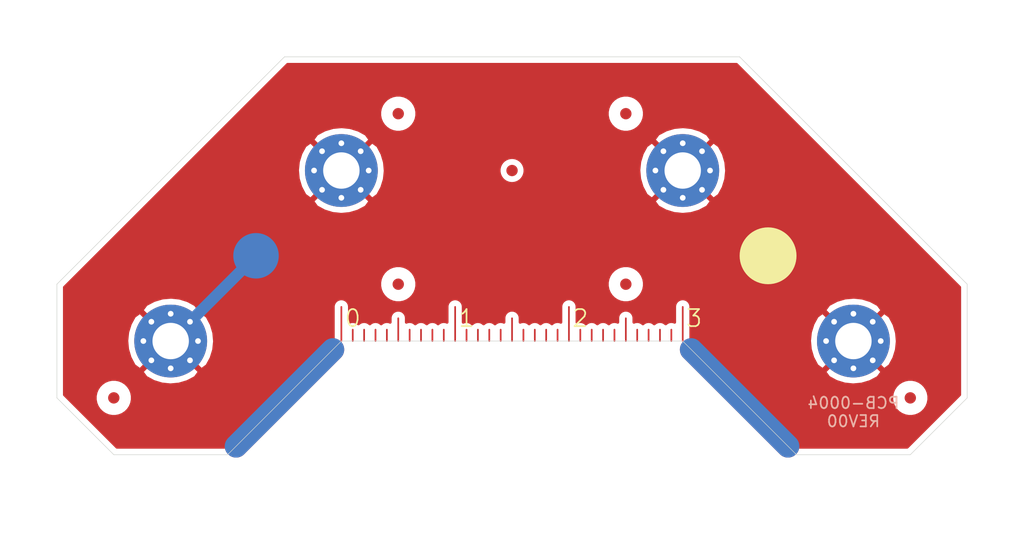
<source format=kicad_pcb>
(kicad_pcb (version 20211014) (generator pcbnew)
  (layers (0 "F.Cu" signal) (31 "B.Cu" signal) (34 "B.Paste" user) (35 "F.Paste" user) (36 "B.SilkS" user "B.Silkscreen") (37 "F.SilkS" user "F.Silkscreen") (38 "B.Mask" user) (39 "F.Mask" user) (44 "Edge.Cuts" user))
  (net 0 "")
  (net 1 "GND")
  (footprint "Fiducial:Fiducial_1mm_Mask3mm" (layer "F.Cu") (at 30 -15)
    (fp_text reference "REF**" hide)
    (fp_text value "Fiducial_1mm_Mask3mm")
    (pad "" smd circle locked (at 0 0) (size 1 1) (layers "F.Cu" "F.Mask") (clearance 1))
  )
  (footprint "Fiducial:Fiducial_1mm_Mask3mm" (layer "F.Cu") (at 30 -30)
    (fp_text reference "REF**" hide)
    (fp_text value "Fiducial_1mm_Mask3mm")
    (pad "" smd circle locked (at 0 0) (size 1 1) (layers "F.Cu" "F.Mask") (clearance 1))
  )
  (footprint "index:logo_mask" (layer "F.Cu") (at 40 -25)
    (fp_text reference "G***" hide)
    (fp_text value "LOGO" hide)
  )
  (footprint "MountingHole:MountingHole_3.2mm_M3_Pad_Via" (layer "F.Cu") (at 25 -25)
    (fp_text reference "H1" hide)
    (fp_text value "MountingHole_Pad")
    (pad "1" thru_hole circle locked (at 0 0) (size 6.4 6.4) (drill 3.2) (layers *.Cu *.Mask) (net 1 "GND"))
    (pad "1" thru_hole circle locked (at 2.4 0) (size 0.8 0.8) (drill 0.5) (layers *.Cu *.Mask) (net 1 "GND"))
    (pad "1" thru_hole circle locked (at 0 2.4) (size 0.8 0.8) (drill 0.5) (layers *.Cu *.Mask) (net 1 "GND"))
    (pad "1" thru_hole circle locked (at 1.697056 -1.697056) (size 0.8 0.8) (drill 0.5) (layers *.Cu *.Mask) (net 1 "GND"))
    (pad "1" thru_hole circle locked (at -1.697056 1.697056) (size 0.8 0.8) (drill 0.5) (layers *.Cu *.Mask) (net 1 "GND"))
    (pad "1" thru_hole circle locked (at -2.4 0) (size 0.8 0.8) (drill 0.5) (layers *.Cu *.Mask) (net 1 "GND"))
    (pad "1" thru_hole circle locked (at 1.697056 1.697056) (size 0.8 0.8) (drill 0.5) (layers *.Cu *.Mask) (net 1 "GND"))
    (pad "1" thru_hole circle locked (at -1.697056 -1.697056) (size 0.8 0.8) (drill 0.5) (layers *.Cu *.Mask) (net 1 "GND"))
    (pad "1" thru_hole circle locked (at 0 -2.4) (size 0.8 0.8) (drill 0.5) (layers *.Cu *.Mask) (net 1 "GND"))
  )
  (footprint "MountingHole:MountingHole_3.2mm_M3_Pad_Via" (layer "F.Cu") (at 10 -10)
    (fp_text reference "H2" hide)
    (fp_text value "MountingHole_Pad")
    (pad "1" thru_hole circle locked (at 0 0) (size 6.4 6.4) (drill 3.2) (layers *.Cu *.Mask) (net 1 "GND"))
    (pad "1" thru_hole circle locked (at 1.697056 -1.697056) (size 0.8 0.8) (drill 0.5) (layers *.Cu *.Mask) (net 1 "GND"))
    (pad "1" thru_hole circle locked (at 1.697056 1.697056) (size 0.8 0.8) (drill 0.5) (layers *.Cu *.Mask) (net 1 "GND"))
    (pad "1" thru_hole circle locked (at 0 -2.4) (size 0.8 0.8) (drill 0.5) (layers *.Cu *.Mask) (net 1 "GND"))
    (pad "1" thru_hole circle locked (at 0 2.4) (size 0.8 0.8) (drill 0.5) (layers *.Cu *.Mask) (net 1 "GND"))
    (pad "1" thru_hole circle locked (at -1.697056 1.697056) (size 0.8 0.8) (drill 0.5) (layers *.Cu *.Mask) (net 1 "GND"))
    (pad "1" thru_hole circle locked (at -2.4 0) (size 0.8 0.8) (drill 0.5) (layers *.Cu *.Mask) (net 1 "GND"))
    (pad "1" thru_hole circle locked (at -1.697056 -1.697056) (size 0.8 0.8) (drill 0.5) (layers *.Cu *.Mask) (net 1 "GND"))
    (pad "1" thru_hole circle locked (at 2.4 0) (size 0.8 0.8) (drill 0.5) (layers *.Cu *.Mask) (net 1 "GND"))
  )
  (footprint "MountingHole:MountingHole_3.2mm_M3_Pad_Via" (layer "F.Cu") (at 70 -10)
    (fp_text reference "H3" hide)
    (fp_text value "MountingHole_Pad")
    (pad "1" thru_hole circle locked (at -1.697056 -1.697056) (size 0.8 0.8) (drill 0.5) (layers *.Cu *.Mask) (net 1 "GND"))
    (pad "1" thru_hole circle locked (at 0 -2.4) (size 0.8 0.8) (drill 0.5) (layers *.Cu *.Mask) (net 1 "GND"))
    (pad "1" thru_hole circle locked (at 1.697056 1.697056) (size 0.8 0.8) (drill 0.5) (layers *.Cu *.Mask) (net 1 "GND"))
    (pad "1" thru_hole circle locked (at 2.4 0) (size 0.8 0.8) (drill 0.5) (layers *.Cu *.Mask) (net 1 "GND"))
    (pad "1" thru_hole circle locked (at -2.4 0) (size 0.8 0.8) (drill 0.5) (layers *.Cu *.Mask) (net 1 "GND"))
    (pad "1" thru_hole circle locked (at 0 2.4) (size 0.8 0.8) (drill 0.5) (layers *.Cu *.Mask) (net 1 "GND"))
    (pad "1" thru_hole circle locked (at -1.697056 1.697056) (size 0.8 0.8) (drill 0.5) (layers *.Cu *.Mask) (net 1 "GND"))
    (pad "1" thru_hole circle locked (at 1.697056 -1.697056) (size 0.8 0.8) (drill 0.5) (layers *.Cu *.Mask) (net 1 "GND"))
    (pad "1" thru_hole circle locked (at 0 0) (size 6.4 6.4) (drill 3.2) (layers *.Cu *.Mask) (net 1 "GND"))
  )
  (footprint "MountingHole:MountingHole_3.2mm_M3_Pad_Via" (layer "F.Cu") (at 55 -25)
    (fp_text reference "H4" hide)
    (fp_text value "MountingHole_Pad")
    (pad "1" thru_hole circle locked (at 0 0) (size 6.4 6.4) (drill 3.2) (layers *.Cu *.Mask) (net 1 "GND"))
    (pad "1" thru_hole circle locked (at -1.697056 1.697056) (size 0.8 0.8) (drill 0.5) (layers *.Cu *.Mask) (net 1 "GND"))
    (pad "1" thru_hole circle locked (at 1.697056 -1.697056) (size 0.8 0.8) (drill 0.5) (layers *.Cu *.Mask) (net 1 "GND"))
    (pad "1" thru_hole circle locked (at 1.697056 1.697056) (size 0.8 0.8) (drill 0.5) (layers *.Cu *.Mask) (net 1 "GND"))
    (pad "1" thru_hole circle locked (at -2.4 0) (size 0.8 0.8) (drill 0.5) (layers *.Cu *.Mask) (net 1 "GND"))
    (pad "1" thru_hole circle locked (at 0 2.4) (size 0.8 0.8) (drill 0.5) (layers *.Cu *.Mask) (net 1 "GND"))
    (pad "1" thru_hole circle locked (at 2.4 0) (size 0.8 0.8) (drill 0.5) (layers *.Cu *.Mask) (net 1 "GND"))
    (pad "1" thru_hole circle locked (at -1.697056 -1.697056) (size 0.8 0.8) (drill 0.5) (layers *.Cu *.Mask) (net 1 "GND"))
    (pad "1" thru_hole circle locked (at 0 -2.4) (size 0.8 0.8) (drill 0.5) (layers *.Cu *.Mask) (net 1 "GND"))
  )
  (footprint "Fiducial:Fiducial_1mm_Mask2mm" (layer "F.Cu") (at 40 -25)
    (fp_text reference "REF**" hide)
    (fp_text value "Fiducial_1mm_Mask2mm")
    (pad "" smd circle locked (at 0 0) (size 1 1) (layers "F.Cu" "F.Mask") (clearance 0.5))
  )
  (footprint "Fiducial:Fiducial_1mm_Mask3mm" (layer "F.Cu") (at 75 -5)
    (fp_text reference "REF**" hide)
    (fp_text value "Fiducial_1mm_Mask3mm")
    (pad "" smd circle locked (at 0 0) (size 1 1) (layers "F.Cu" "F.Mask") (clearance 1))
  )
  (footprint "index:30mm-ruler" (layer "F.Cu") (at 25 -10)
    (fp_text reference "REF**" hide)
    (fp_text value "Metric_Ruler_90mm")
    (fp_text user "2" (at 21.00024 -2.0005) (layer "F.SilkS") (effects (font (size 1.5 1.5))))
    (fp_text user "3" (at 31.00024 -2.0005) (layer "F.SilkS") (effects (font (size 1.5 1.5))))
    (fp_text user "0" (at 1.00024 -2.0005) (layer "F.SilkS") (effects (font (size 1.5 1.5))))
    (fp_text user "1" (at 11.00024 -2.0005) (layer "F.SilkS") (effects (font (size 1.5 1.5))))
    (fp_line (start 9.00024 -0.0005) (end 9.00024 -1.0005) (layer "F.Cu") (width 0.15))
    (fp_line (start 7.00024 -0.0005) (end 7.00024 -1.0005) (layer "F.Cu") (width 0.15))
    (fp_line (start 30.00024 -0.0005) (end 30.00024 -3.0005) (layer "F.Cu") (width 0.15))
    (fp_line (start 23.00024 -0.0005) (end 23.00024 -1.0005) (layer "F.Cu") (width 0.15))
    (fp_line (start 29.00024 -0.0005) (end 29.00024 -1.0005) (layer "F.Cu") (width 0.15))
    (fp_line (start 25.00024 -0.0005) (end 25.00024 -2.0005) (layer "F.Cu") (width 0.15))
    (fp_line (start 13.00024 -0.0005) (end 13.00024 -1.0005) (layer "F.Cu") (width 0.15))
    (fp_line (start 22.00024 -0.0005) (end 22.00024 -1.0005) (layer "F.Cu") (width 0.15))
    (fp_line (start 1.00024 -0.0005) (end 1.00024 -1.0005) (layer "F.Cu") (width 0.15))
    (fp_line (start 15.00024 -0.0005) (end 15.00024 -2.0005) (layer "F.Cu") (width 0.15))
    (fp_line (start 24.00024 -0.0005) (end 24.00024 -1.0005) (layer "F.Cu") (width 0.15))
    (fp_line (start 16.00024 -0.0005) (end 16.00024 -1.0005) (layer "F.Cu") (width 0.15))
    (fp_line (start 8.00024 -0.0005) (end 8.00024 -1.0005) (layer "F.Cu") (width 0.15))
    (fp_line (start 3.00024 -0.0005) (end 3.00024 -1.0005) (layer "F.Cu") (width 0.15))
    (fp_line (start 2.00024 -0.0005) (end 2.00024 -1.0005) (layer "F.Cu") (width 0.15))
    (fp_line (start 14.00024 -0.0005) (end 14.00024 -1.0005) (layer "F.Cu") (width 0.15))
    (fp_line (start 5.00024 -0.0005) (end 5.00024 -2.0005) (layer "F.Cu") (width 0.15))
    (fp_line (start 28.00024 -0.0005) (end 28.00024 -1.0005) (layer "F.Cu") (width 0.15))
    (fp_line (start 12.00024 -0.0005) (end 12.00024 -1.0005) (layer "F.Cu") (width 0.15))
    (fp_line (start 26.00024 -0.0005) (end 26.00024 -1.0005) (layer "F.Cu") (width 0.15))
    (fp_line (start 11.00024 -0.0005) (end 11.00024 -1.0005) (layer "F.Cu") (width 0.15))
    (fp_line (start 10.00024 -0.0005) (end 10.00024 -3.0005) (layer "F.Cu") (width 0.15))
    (fp_line (start 17.00024 -0.0005) (end 17.00024 -1.0005) (layer "F.Cu") (width 0.15))
    (fp_line (start 0.00024 -0.0005) (end 0.00024 -3.0005) (layer "F.Cu") (width 0.15))
    (fp_line (start 6.00024 -0.0005) (end 6.00024 -1.0005) (layer "F.Cu") (width 0.15))
    (fp_line (start 4.00024 -0.0005) (end 4.00024 -1.0005) (layer "F.Cu") (width 0.15))
    (fp_line (start 20.00024 -0.0005) (end 20.00024 -3.0005) (layer "F.Cu") (width 0.15))
    (fp_line (start 27.00024 -0.0005) (end 27.00024 -1.0005) (layer "F.Cu") (width 0.15))
    (fp_line (start 19.00024 -0.0005) (end 19.00024 -1.0005) (layer "F.Cu") (width 0.15))
    (fp_line (start 21.00024 -0.0005) (end 21.00024 -1.0005) (layer "F.Cu") (width 0.15))
    (fp_line (start 18.00024 -0.0005) (end 18.00024 -1.0005) (layer "F.Cu") (width 0.15))
  )
  (footprint "Fiducial:Fiducial_1mm_Mask3mm" (layer "F.Cu") (at 5 -5)
    (fp_text reference "REF**" hide)
    (fp_text value "Fiducial_1mm_Mask3mm")
    (pad "" smd circle locked (at 0 0) (size 1 1) (layers "F.Cu" "F.Mask") (clearance 1))
  )
  (footprint "Fiducial:Fiducial_1mm_Mask3mm" (layer "F.Cu") (at 50 -15)
    (fp_text reference "REF**" hide)
    (fp_text value "Fiducial_1mm_Mask3mm")
    (pad "" smd circle locked (at 0 0) (size 1 1) (layers "F.Cu" "F.Mask") (clearance 1))
  )
  (footprint "Fiducial:Fiducial_1mm_Mask3mm" (layer "F.Cu") (at 50 -30)
    (fp_text reference "REF**" hide)
    (fp_text value "Fiducial_1mm_Mask3mm")
    (pad "" smd circle locked (at 0 0) (size 1 1) (layers "F.Cu" "F.Mask") (clearance 1))
  )
  (footprint "index:cal-dot-grid" (layer "B.Cu") (at 40 -22.5 -90)
    (fp_text reference "G***" hide)
    (fp_text value "LOGO" hide)
  )
  (footprint "index:goblin" (layer "B.Cu") (at 63 -17 180)
    (fp_text reference "G***" hide)
    (fp_text value "LOGO" hide)
  )
  (footprint "TestPoint:TestPoint_Pad_D4.0mm" (layer "B.Cu") (at 17.5 -17.5)
    (fp_text reference "TP1" hide)
    (fp_text value "TestPoint")
    (pad "1" smd circle locked (at 0 0) (size 4 4) (layers "B.Cu" "B.Mask") (net 1 "GND"))
  )
  (gr_circle (center 62.5 -17.5) (end 63.75 -17.5) (layer "F.SilkS") (width 2.5) (fill none))
  (gr_line (start 20 -35) (end 0 -15) (layer "Edge.Cuts") (width 0.05))
  (gr_line (start 80 -15) (end 60 -35) (layer "Edge.Cuts") (width 0.05))
  (gr_line (start 75 0) (end 80 -5) (layer "Edge.Cuts") (width 0.05))
  (gr_line (start 80 -5) (end 80 -15) (layer "Edge.Cuts") (width 0.05))
  (gr_line (start 60 -35) (end 20 -35) (layer "Edge.Cuts") (width 0.05))
  (gr_line (start 0 -5) (end 0 -15) (layer "Edge.Cuts") (width 0.05))
  (gr_line (start 55 -10) (end 65 0) (layer "Edge.Cuts") (width 0.05))
  (gr_line (start 5 0) (end 0 -5) (layer "Edge.Cuts") (width 0.05))
  (gr_line (start 5 0) (end 15 0) (layer "Edge.Cuts") (width 0.05))
  (gr_line (start 15 0) (end 25 -10) (layer "Edge.Cuts") (width 0.05))
  (gr_line (start 65 0) (end 75 0) (layer "Edge.Cuts") (width 0.05))
  (gr_line (start 25 -10) (end 55 -10) (layer "Edge.Cuts") (width 0.05))
  (gr_text "PCB-0004\nREV00" (at 70 -3.75) (layer "B.SilkS") (effects (font (size 1 1)) (justify mirror)))
  (segment (start 15.75 -0.75) (end 24.25 -9.25) (width 2) (layer "B.Cu") (net 0))
  (segment (start 64.25 -0.75) (end 55.75 -9.25) (width 2) (layer "B.Cu") (net 0))
  (segment (start 64.25 -0.75) (end 55.75 -9.25) (width 2) (layer "F.Cu") (net 1))
  (segment (start 15.75 -0.75) (end 24.25 -9.25) (width 2) (layer "F.Cu") (net 1))
  (segment (start 17.5 -17.5) (end 10 -10) (width 1) (layer "B.Cu") (net 1))
  (zone (net 1) (net_name "GND") (layer "F.Cu") (connect_pads (clearance 0.508)) (min_thickness 0.254) (fill yes (thermal_gap 0.508) (thermal_bridge_width 0.508))
    (polygon (pts (xy 85 -15) (xy 85 -5) (xy 85 5) (xy 65 5) (xy 55 5) (xy 25 5) (xy 15 5) (xy -5 5) (xy -5 -5) (xy -5 -40) (xy 85 -40)))
  )
)
</source>
